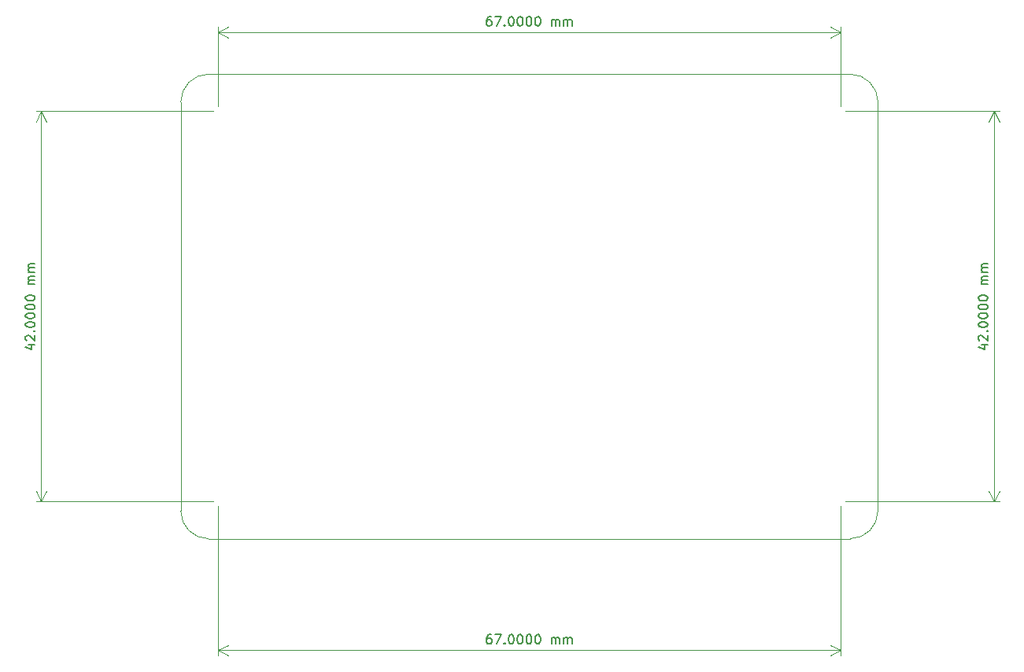
<source format=gbr>
%TF.GenerationSoftware,KiCad,Pcbnew,8.0.0*%
%TF.CreationDate,2024-03-12T01:41:40-04:00*%
%TF.ProjectId,mediaKeeb_V1,6d656469-614b-4656-9562-5f56312e6b69,rev?*%
%TF.SameCoordinates,Original*%
%TF.FileFunction,Profile,NP*%
%FSLAX46Y46*%
G04 Gerber Fmt 4.6, Leading zero omitted, Abs format (unit mm)*
G04 Created by KiCad (PCBNEW 8.0.0) date 2024-03-12 01:41:40*
%MOMM*%
%LPD*%
G01*
G04 APERTURE LIST*
%ADD10C,0.150000*%
%TA.AperFunction,Profile*%
%ADD11C,0.050000*%
%TD*%
G04 APERTURE END LIST*
D10*
X183138152Y-76142856D02*
X183804819Y-76142856D01*
X182757200Y-76380951D02*
X183471485Y-76619046D01*
X183471485Y-76619046D02*
X183471485Y-75999999D01*
X182900057Y-75666665D02*
X182852438Y-75619046D01*
X182852438Y-75619046D02*
X182804819Y-75523808D01*
X182804819Y-75523808D02*
X182804819Y-75285713D01*
X182804819Y-75285713D02*
X182852438Y-75190475D01*
X182852438Y-75190475D02*
X182900057Y-75142856D01*
X182900057Y-75142856D02*
X182995295Y-75095237D01*
X182995295Y-75095237D02*
X183090533Y-75095237D01*
X183090533Y-75095237D02*
X183233390Y-75142856D01*
X183233390Y-75142856D02*
X183804819Y-75714284D01*
X183804819Y-75714284D02*
X183804819Y-75095237D01*
X183709580Y-74666665D02*
X183757200Y-74619046D01*
X183757200Y-74619046D02*
X183804819Y-74666665D01*
X183804819Y-74666665D02*
X183757200Y-74714284D01*
X183757200Y-74714284D02*
X183709580Y-74666665D01*
X183709580Y-74666665D02*
X183804819Y-74666665D01*
X182804819Y-73999999D02*
X182804819Y-73904761D01*
X182804819Y-73904761D02*
X182852438Y-73809523D01*
X182852438Y-73809523D02*
X182900057Y-73761904D01*
X182900057Y-73761904D02*
X182995295Y-73714285D01*
X182995295Y-73714285D02*
X183185771Y-73666666D01*
X183185771Y-73666666D02*
X183423866Y-73666666D01*
X183423866Y-73666666D02*
X183614342Y-73714285D01*
X183614342Y-73714285D02*
X183709580Y-73761904D01*
X183709580Y-73761904D02*
X183757200Y-73809523D01*
X183757200Y-73809523D02*
X183804819Y-73904761D01*
X183804819Y-73904761D02*
X183804819Y-73999999D01*
X183804819Y-73999999D02*
X183757200Y-74095237D01*
X183757200Y-74095237D02*
X183709580Y-74142856D01*
X183709580Y-74142856D02*
X183614342Y-74190475D01*
X183614342Y-74190475D02*
X183423866Y-74238094D01*
X183423866Y-74238094D02*
X183185771Y-74238094D01*
X183185771Y-74238094D02*
X182995295Y-74190475D01*
X182995295Y-74190475D02*
X182900057Y-74142856D01*
X182900057Y-74142856D02*
X182852438Y-74095237D01*
X182852438Y-74095237D02*
X182804819Y-73999999D01*
X182804819Y-73047618D02*
X182804819Y-72952380D01*
X182804819Y-72952380D02*
X182852438Y-72857142D01*
X182852438Y-72857142D02*
X182900057Y-72809523D01*
X182900057Y-72809523D02*
X182995295Y-72761904D01*
X182995295Y-72761904D02*
X183185771Y-72714285D01*
X183185771Y-72714285D02*
X183423866Y-72714285D01*
X183423866Y-72714285D02*
X183614342Y-72761904D01*
X183614342Y-72761904D02*
X183709580Y-72809523D01*
X183709580Y-72809523D02*
X183757200Y-72857142D01*
X183757200Y-72857142D02*
X183804819Y-72952380D01*
X183804819Y-72952380D02*
X183804819Y-73047618D01*
X183804819Y-73047618D02*
X183757200Y-73142856D01*
X183757200Y-73142856D02*
X183709580Y-73190475D01*
X183709580Y-73190475D02*
X183614342Y-73238094D01*
X183614342Y-73238094D02*
X183423866Y-73285713D01*
X183423866Y-73285713D02*
X183185771Y-73285713D01*
X183185771Y-73285713D02*
X182995295Y-73238094D01*
X182995295Y-73238094D02*
X182900057Y-73190475D01*
X182900057Y-73190475D02*
X182852438Y-73142856D01*
X182852438Y-73142856D02*
X182804819Y-73047618D01*
X182804819Y-72095237D02*
X182804819Y-71999999D01*
X182804819Y-71999999D02*
X182852438Y-71904761D01*
X182852438Y-71904761D02*
X182900057Y-71857142D01*
X182900057Y-71857142D02*
X182995295Y-71809523D01*
X182995295Y-71809523D02*
X183185771Y-71761904D01*
X183185771Y-71761904D02*
X183423866Y-71761904D01*
X183423866Y-71761904D02*
X183614342Y-71809523D01*
X183614342Y-71809523D02*
X183709580Y-71857142D01*
X183709580Y-71857142D02*
X183757200Y-71904761D01*
X183757200Y-71904761D02*
X183804819Y-71999999D01*
X183804819Y-71999999D02*
X183804819Y-72095237D01*
X183804819Y-72095237D02*
X183757200Y-72190475D01*
X183757200Y-72190475D02*
X183709580Y-72238094D01*
X183709580Y-72238094D02*
X183614342Y-72285713D01*
X183614342Y-72285713D02*
X183423866Y-72333332D01*
X183423866Y-72333332D02*
X183185771Y-72333332D01*
X183185771Y-72333332D02*
X182995295Y-72285713D01*
X182995295Y-72285713D02*
X182900057Y-72238094D01*
X182900057Y-72238094D02*
X182852438Y-72190475D01*
X182852438Y-72190475D02*
X182804819Y-72095237D01*
X182804819Y-71142856D02*
X182804819Y-71047618D01*
X182804819Y-71047618D02*
X182852438Y-70952380D01*
X182852438Y-70952380D02*
X182900057Y-70904761D01*
X182900057Y-70904761D02*
X182995295Y-70857142D01*
X182995295Y-70857142D02*
X183185771Y-70809523D01*
X183185771Y-70809523D02*
X183423866Y-70809523D01*
X183423866Y-70809523D02*
X183614342Y-70857142D01*
X183614342Y-70857142D02*
X183709580Y-70904761D01*
X183709580Y-70904761D02*
X183757200Y-70952380D01*
X183757200Y-70952380D02*
X183804819Y-71047618D01*
X183804819Y-71047618D02*
X183804819Y-71142856D01*
X183804819Y-71142856D02*
X183757200Y-71238094D01*
X183757200Y-71238094D02*
X183709580Y-71285713D01*
X183709580Y-71285713D02*
X183614342Y-71333332D01*
X183614342Y-71333332D02*
X183423866Y-71380951D01*
X183423866Y-71380951D02*
X183185771Y-71380951D01*
X183185771Y-71380951D02*
X182995295Y-71333332D01*
X182995295Y-71333332D02*
X182900057Y-71285713D01*
X182900057Y-71285713D02*
X182852438Y-71238094D01*
X182852438Y-71238094D02*
X182804819Y-71142856D01*
X183804819Y-69619046D02*
X183138152Y-69619046D01*
X183233390Y-69619046D02*
X183185771Y-69571427D01*
X183185771Y-69571427D02*
X183138152Y-69476189D01*
X183138152Y-69476189D02*
X183138152Y-69333332D01*
X183138152Y-69333332D02*
X183185771Y-69238094D01*
X183185771Y-69238094D02*
X183281009Y-69190475D01*
X183281009Y-69190475D02*
X183804819Y-69190475D01*
X183281009Y-69190475D02*
X183185771Y-69142856D01*
X183185771Y-69142856D02*
X183138152Y-69047618D01*
X183138152Y-69047618D02*
X183138152Y-68904761D01*
X183138152Y-68904761D02*
X183185771Y-68809522D01*
X183185771Y-68809522D02*
X183281009Y-68761903D01*
X183281009Y-68761903D02*
X183804819Y-68761903D01*
X183804819Y-68285713D02*
X183138152Y-68285713D01*
X183233390Y-68285713D02*
X183185771Y-68238094D01*
X183185771Y-68238094D02*
X183138152Y-68142856D01*
X183138152Y-68142856D02*
X183138152Y-67999999D01*
X183138152Y-67999999D02*
X183185771Y-67904761D01*
X183185771Y-67904761D02*
X183281009Y-67857142D01*
X183281009Y-67857142D02*
X183804819Y-67857142D01*
X183281009Y-67857142D02*
X183185771Y-67809523D01*
X183185771Y-67809523D02*
X183138152Y-67714285D01*
X183138152Y-67714285D02*
X183138152Y-67571428D01*
X183138152Y-67571428D02*
X183185771Y-67476189D01*
X183185771Y-67476189D02*
X183281009Y-67428570D01*
X183281009Y-67428570D02*
X183804819Y-67428570D01*
D11*
X168500000Y-51000000D02*
X185086420Y-51000000D01*
X168500000Y-93000000D02*
X185086420Y-93000000D01*
X184500000Y-51000000D02*
X184500000Y-93000000D01*
X184500000Y-51000000D02*
X184500000Y-93000000D01*
X184500000Y-51000000D02*
X185086421Y-52126504D01*
X184500000Y-51000000D02*
X183913579Y-52126504D01*
X184500000Y-93000000D02*
X183913579Y-91873496D01*
X184500000Y-93000000D02*
X185086421Y-91873496D01*
D10*
X130357143Y-107304819D02*
X130166667Y-107304819D01*
X130166667Y-107304819D02*
X130071429Y-107352438D01*
X130071429Y-107352438D02*
X130023810Y-107400057D01*
X130023810Y-107400057D02*
X129928572Y-107542914D01*
X129928572Y-107542914D02*
X129880953Y-107733390D01*
X129880953Y-107733390D02*
X129880953Y-108114342D01*
X129880953Y-108114342D02*
X129928572Y-108209580D01*
X129928572Y-108209580D02*
X129976191Y-108257200D01*
X129976191Y-108257200D02*
X130071429Y-108304819D01*
X130071429Y-108304819D02*
X130261905Y-108304819D01*
X130261905Y-108304819D02*
X130357143Y-108257200D01*
X130357143Y-108257200D02*
X130404762Y-108209580D01*
X130404762Y-108209580D02*
X130452381Y-108114342D01*
X130452381Y-108114342D02*
X130452381Y-107876247D01*
X130452381Y-107876247D02*
X130404762Y-107781009D01*
X130404762Y-107781009D02*
X130357143Y-107733390D01*
X130357143Y-107733390D02*
X130261905Y-107685771D01*
X130261905Y-107685771D02*
X130071429Y-107685771D01*
X130071429Y-107685771D02*
X129976191Y-107733390D01*
X129976191Y-107733390D02*
X129928572Y-107781009D01*
X129928572Y-107781009D02*
X129880953Y-107876247D01*
X130785715Y-107304819D02*
X131452381Y-107304819D01*
X131452381Y-107304819D02*
X131023810Y-108304819D01*
X131833334Y-108209580D02*
X131880953Y-108257200D01*
X131880953Y-108257200D02*
X131833334Y-108304819D01*
X131833334Y-108304819D02*
X131785715Y-108257200D01*
X131785715Y-108257200D02*
X131833334Y-108209580D01*
X131833334Y-108209580D02*
X131833334Y-108304819D01*
X132500000Y-107304819D02*
X132595238Y-107304819D01*
X132595238Y-107304819D02*
X132690476Y-107352438D01*
X132690476Y-107352438D02*
X132738095Y-107400057D01*
X132738095Y-107400057D02*
X132785714Y-107495295D01*
X132785714Y-107495295D02*
X132833333Y-107685771D01*
X132833333Y-107685771D02*
X132833333Y-107923866D01*
X132833333Y-107923866D02*
X132785714Y-108114342D01*
X132785714Y-108114342D02*
X132738095Y-108209580D01*
X132738095Y-108209580D02*
X132690476Y-108257200D01*
X132690476Y-108257200D02*
X132595238Y-108304819D01*
X132595238Y-108304819D02*
X132500000Y-108304819D01*
X132500000Y-108304819D02*
X132404762Y-108257200D01*
X132404762Y-108257200D02*
X132357143Y-108209580D01*
X132357143Y-108209580D02*
X132309524Y-108114342D01*
X132309524Y-108114342D02*
X132261905Y-107923866D01*
X132261905Y-107923866D02*
X132261905Y-107685771D01*
X132261905Y-107685771D02*
X132309524Y-107495295D01*
X132309524Y-107495295D02*
X132357143Y-107400057D01*
X132357143Y-107400057D02*
X132404762Y-107352438D01*
X132404762Y-107352438D02*
X132500000Y-107304819D01*
X133452381Y-107304819D02*
X133547619Y-107304819D01*
X133547619Y-107304819D02*
X133642857Y-107352438D01*
X133642857Y-107352438D02*
X133690476Y-107400057D01*
X133690476Y-107400057D02*
X133738095Y-107495295D01*
X133738095Y-107495295D02*
X133785714Y-107685771D01*
X133785714Y-107685771D02*
X133785714Y-107923866D01*
X133785714Y-107923866D02*
X133738095Y-108114342D01*
X133738095Y-108114342D02*
X133690476Y-108209580D01*
X133690476Y-108209580D02*
X133642857Y-108257200D01*
X133642857Y-108257200D02*
X133547619Y-108304819D01*
X133547619Y-108304819D02*
X133452381Y-108304819D01*
X133452381Y-108304819D02*
X133357143Y-108257200D01*
X133357143Y-108257200D02*
X133309524Y-108209580D01*
X133309524Y-108209580D02*
X133261905Y-108114342D01*
X133261905Y-108114342D02*
X133214286Y-107923866D01*
X133214286Y-107923866D02*
X133214286Y-107685771D01*
X133214286Y-107685771D02*
X133261905Y-107495295D01*
X133261905Y-107495295D02*
X133309524Y-107400057D01*
X133309524Y-107400057D02*
X133357143Y-107352438D01*
X133357143Y-107352438D02*
X133452381Y-107304819D01*
X134404762Y-107304819D02*
X134500000Y-107304819D01*
X134500000Y-107304819D02*
X134595238Y-107352438D01*
X134595238Y-107352438D02*
X134642857Y-107400057D01*
X134642857Y-107400057D02*
X134690476Y-107495295D01*
X134690476Y-107495295D02*
X134738095Y-107685771D01*
X134738095Y-107685771D02*
X134738095Y-107923866D01*
X134738095Y-107923866D02*
X134690476Y-108114342D01*
X134690476Y-108114342D02*
X134642857Y-108209580D01*
X134642857Y-108209580D02*
X134595238Y-108257200D01*
X134595238Y-108257200D02*
X134500000Y-108304819D01*
X134500000Y-108304819D02*
X134404762Y-108304819D01*
X134404762Y-108304819D02*
X134309524Y-108257200D01*
X134309524Y-108257200D02*
X134261905Y-108209580D01*
X134261905Y-108209580D02*
X134214286Y-108114342D01*
X134214286Y-108114342D02*
X134166667Y-107923866D01*
X134166667Y-107923866D02*
X134166667Y-107685771D01*
X134166667Y-107685771D02*
X134214286Y-107495295D01*
X134214286Y-107495295D02*
X134261905Y-107400057D01*
X134261905Y-107400057D02*
X134309524Y-107352438D01*
X134309524Y-107352438D02*
X134404762Y-107304819D01*
X135357143Y-107304819D02*
X135452381Y-107304819D01*
X135452381Y-107304819D02*
X135547619Y-107352438D01*
X135547619Y-107352438D02*
X135595238Y-107400057D01*
X135595238Y-107400057D02*
X135642857Y-107495295D01*
X135642857Y-107495295D02*
X135690476Y-107685771D01*
X135690476Y-107685771D02*
X135690476Y-107923866D01*
X135690476Y-107923866D02*
X135642857Y-108114342D01*
X135642857Y-108114342D02*
X135595238Y-108209580D01*
X135595238Y-108209580D02*
X135547619Y-108257200D01*
X135547619Y-108257200D02*
X135452381Y-108304819D01*
X135452381Y-108304819D02*
X135357143Y-108304819D01*
X135357143Y-108304819D02*
X135261905Y-108257200D01*
X135261905Y-108257200D02*
X135214286Y-108209580D01*
X135214286Y-108209580D02*
X135166667Y-108114342D01*
X135166667Y-108114342D02*
X135119048Y-107923866D01*
X135119048Y-107923866D02*
X135119048Y-107685771D01*
X135119048Y-107685771D02*
X135166667Y-107495295D01*
X135166667Y-107495295D02*
X135214286Y-107400057D01*
X135214286Y-107400057D02*
X135261905Y-107352438D01*
X135261905Y-107352438D02*
X135357143Y-107304819D01*
X136880953Y-108304819D02*
X136880953Y-107638152D01*
X136880953Y-107733390D02*
X136928572Y-107685771D01*
X136928572Y-107685771D02*
X137023810Y-107638152D01*
X137023810Y-107638152D02*
X137166667Y-107638152D01*
X137166667Y-107638152D02*
X137261905Y-107685771D01*
X137261905Y-107685771D02*
X137309524Y-107781009D01*
X137309524Y-107781009D02*
X137309524Y-108304819D01*
X137309524Y-107781009D02*
X137357143Y-107685771D01*
X137357143Y-107685771D02*
X137452381Y-107638152D01*
X137452381Y-107638152D02*
X137595238Y-107638152D01*
X137595238Y-107638152D02*
X137690477Y-107685771D01*
X137690477Y-107685771D02*
X137738096Y-107781009D01*
X137738096Y-107781009D02*
X137738096Y-108304819D01*
X138214286Y-108304819D02*
X138214286Y-107638152D01*
X138214286Y-107733390D02*
X138261905Y-107685771D01*
X138261905Y-107685771D02*
X138357143Y-107638152D01*
X138357143Y-107638152D02*
X138500000Y-107638152D01*
X138500000Y-107638152D02*
X138595238Y-107685771D01*
X138595238Y-107685771D02*
X138642857Y-107781009D01*
X138642857Y-107781009D02*
X138642857Y-108304819D01*
X138642857Y-107781009D02*
X138690476Y-107685771D01*
X138690476Y-107685771D02*
X138785714Y-107638152D01*
X138785714Y-107638152D02*
X138928571Y-107638152D01*
X138928571Y-107638152D02*
X139023810Y-107685771D01*
X139023810Y-107685771D02*
X139071429Y-107781009D01*
X139071429Y-107781009D02*
X139071429Y-108304819D01*
D11*
X168000000Y-93500000D02*
X168000000Y-109586420D01*
X101000000Y-93500000D02*
X101000000Y-109586420D01*
X168000000Y-109000000D02*
X101000000Y-109000000D01*
X168000000Y-109000000D02*
X101000000Y-109000000D01*
X168000000Y-109000000D02*
X166873496Y-109586421D01*
X168000000Y-109000000D02*
X166873496Y-108413579D01*
X101000000Y-109000000D02*
X102126504Y-108413579D01*
X101000000Y-109000000D02*
X102126504Y-109586421D01*
D10*
X80638152Y-76142856D02*
X81304819Y-76142856D01*
X80257200Y-76380951D02*
X80971485Y-76619046D01*
X80971485Y-76619046D02*
X80971485Y-75999999D01*
X80400057Y-75666665D02*
X80352438Y-75619046D01*
X80352438Y-75619046D02*
X80304819Y-75523808D01*
X80304819Y-75523808D02*
X80304819Y-75285713D01*
X80304819Y-75285713D02*
X80352438Y-75190475D01*
X80352438Y-75190475D02*
X80400057Y-75142856D01*
X80400057Y-75142856D02*
X80495295Y-75095237D01*
X80495295Y-75095237D02*
X80590533Y-75095237D01*
X80590533Y-75095237D02*
X80733390Y-75142856D01*
X80733390Y-75142856D02*
X81304819Y-75714284D01*
X81304819Y-75714284D02*
X81304819Y-75095237D01*
X81209580Y-74666665D02*
X81257200Y-74619046D01*
X81257200Y-74619046D02*
X81304819Y-74666665D01*
X81304819Y-74666665D02*
X81257200Y-74714284D01*
X81257200Y-74714284D02*
X81209580Y-74666665D01*
X81209580Y-74666665D02*
X81304819Y-74666665D01*
X80304819Y-73999999D02*
X80304819Y-73904761D01*
X80304819Y-73904761D02*
X80352438Y-73809523D01*
X80352438Y-73809523D02*
X80400057Y-73761904D01*
X80400057Y-73761904D02*
X80495295Y-73714285D01*
X80495295Y-73714285D02*
X80685771Y-73666666D01*
X80685771Y-73666666D02*
X80923866Y-73666666D01*
X80923866Y-73666666D02*
X81114342Y-73714285D01*
X81114342Y-73714285D02*
X81209580Y-73761904D01*
X81209580Y-73761904D02*
X81257200Y-73809523D01*
X81257200Y-73809523D02*
X81304819Y-73904761D01*
X81304819Y-73904761D02*
X81304819Y-73999999D01*
X81304819Y-73999999D02*
X81257200Y-74095237D01*
X81257200Y-74095237D02*
X81209580Y-74142856D01*
X81209580Y-74142856D02*
X81114342Y-74190475D01*
X81114342Y-74190475D02*
X80923866Y-74238094D01*
X80923866Y-74238094D02*
X80685771Y-74238094D01*
X80685771Y-74238094D02*
X80495295Y-74190475D01*
X80495295Y-74190475D02*
X80400057Y-74142856D01*
X80400057Y-74142856D02*
X80352438Y-74095237D01*
X80352438Y-74095237D02*
X80304819Y-73999999D01*
X80304819Y-73047618D02*
X80304819Y-72952380D01*
X80304819Y-72952380D02*
X80352438Y-72857142D01*
X80352438Y-72857142D02*
X80400057Y-72809523D01*
X80400057Y-72809523D02*
X80495295Y-72761904D01*
X80495295Y-72761904D02*
X80685771Y-72714285D01*
X80685771Y-72714285D02*
X80923866Y-72714285D01*
X80923866Y-72714285D02*
X81114342Y-72761904D01*
X81114342Y-72761904D02*
X81209580Y-72809523D01*
X81209580Y-72809523D02*
X81257200Y-72857142D01*
X81257200Y-72857142D02*
X81304819Y-72952380D01*
X81304819Y-72952380D02*
X81304819Y-73047618D01*
X81304819Y-73047618D02*
X81257200Y-73142856D01*
X81257200Y-73142856D02*
X81209580Y-73190475D01*
X81209580Y-73190475D02*
X81114342Y-73238094D01*
X81114342Y-73238094D02*
X80923866Y-73285713D01*
X80923866Y-73285713D02*
X80685771Y-73285713D01*
X80685771Y-73285713D02*
X80495295Y-73238094D01*
X80495295Y-73238094D02*
X80400057Y-73190475D01*
X80400057Y-73190475D02*
X80352438Y-73142856D01*
X80352438Y-73142856D02*
X80304819Y-73047618D01*
X80304819Y-72095237D02*
X80304819Y-71999999D01*
X80304819Y-71999999D02*
X80352438Y-71904761D01*
X80352438Y-71904761D02*
X80400057Y-71857142D01*
X80400057Y-71857142D02*
X80495295Y-71809523D01*
X80495295Y-71809523D02*
X80685771Y-71761904D01*
X80685771Y-71761904D02*
X80923866Y-71761904D01*
X80923866Y-71761904D02*
X81114342Y-71809523D01*
X81114342Y-71809523D02*
X81209580Y-71857142D01*
X81209580Y-71857142D02*
X81257200Y-71904761D01*
X81257200Y-71904761D02*
X81304819Y-71999999D01*
X81304819Y-71999999D02*
X81304819Y-72095237D01*
X81304819Y-72095237D02*
X81257200Y-72190475D01*
X81257200Y-72190475D02*
X81209580Y-72238094D01*
X81209580Y-72238094D02*
X81114342Y-72285713D01*
X81114342Y-72285713D02*
X80923866Y-72333332D01*
X80923866Y-72333332D02*
X80685771Y-72333332D01*
X80685771Y-72333332D02*
X80495295Y-72285713D01*
X80495295Y-72285713D02*
X80400057Y-72238094D01*
X80400057Y-72238094D02*
X80352438Y-72190475D01*
X80352438Y-72190475D02*
X80304819Y-72095237D01*
X80304819Y-71142856D02*
X80304819Y-71047618D01*
X80304819Y-71047618D02*
X80352438Y-70952380D01*
X80352438Y-70952380D02*
X80400057Y-70904761D01*
X80400057Y-70904761D02*
X80495295Y-70857142D01*
X80495295Y-70857142D02*
X80685771Y-70809523D01*
X80685771Y-70809523D02*
X80923866Y-70809523D01*
X80923866Y-70809523D02*
X81114342Y-70857142D01*
X81114342Y-70857142D02*
X81209580Y-70904761D01*
X81209580Y-70904761D02*
X81257200Y-70952380D01*
X81257200Y-70952380D02*
X81304819Y-71047618D01*
X81304819Y-71047618D02*
X81304819Y-71142856D01*
X81304819Y-71142856D02*
X81257200Y-71238094D01*
X81257200Y-71238094D02*
X81209580Y-71285713D01*
X81209580Y-71285713D02*
X81114342Y-71333332D01*
X81114342Y-71333332D02*
X80923866Y-71380951D01*
X80923866Y-71380951D02*
X80685771Y-71380951D01*
X80685771Y-71380951D02*
X80495295Y-71333332D01*
X80495295Y-71333332D02*
X80400057Y-71285713D01*
X80400057Y-71285713D02*
X80352438Y-71238094D01*
X80352438Y-71238094D02*
X80304819Y-71142856D01*
X81304819Y-69619046D02*
X80638152Y-69619046D01*
X80733390Y-69619046D02*
X80685771Y-69571427D01*
X80685771Y-69571427D02*
X80638152Y-69476189D01*
X80638152Y-69476189D02*
X80638152Y-69333332D01*
X80638152Y-69333332D02*
X80685771Y-69238094D01*
X80685771Y-69238094D02*
X80781009Y-69190475D01*
X80781009Y-69190475D02*
X81304819Y-69190475D01*
X80781009Y-69190475D02*
X80685771Y-69142856D01*
X80685771Y-69142856D02*
X80638152Y-69047618D01*
X80638152Y-69047618D02*
X80638152Y-68904761D01*
X80638152Y-68904761D02*
X80685771Y-68809522D01*
X80685771Y-68809522D02*
X80781009Y-68761903D01*
X80781009Y-68761903D02*
X81304819Y-68761903D01*
X81304819Y-68285713D02*
X80638152Y-68285713D01*
X80733390Y-68285713D02*
X80685771Y-68238094D01*
X80685771Y-68238094D02*
X80638152Y-68142856D01*
X80638152Y-68142856D02*
X80638152Y-67999999D01*
X80638152Y-67999999D02*
X80685771Y-67904761D01*
X80685771Y-67904761D02*
X80781009Y-67857142D01*
X80781009Y-67857142D02*
X81304819Y-67857142D01*
X80781009Y-67857142D02*
X80685771Y-67809523D01*
X80685771Y-67809523D02*
X80638152Y-67714285D01*
X80638152Y-67714285D02*
X80638152Y-67571428D01*
X80638152Y-67571428D02*
X80685771Y-67476189D01*
X80685771Y-67476189D02*
X80781009Y-67428570D01*
X80781009Y-67428570D02*
X81304819Y-67428570D01*
D11*
X100500000Y-51000000D02*
X81413580Y-51000000D01*
X100500000Y-93000000D02*
X81413580Y-93000000D01*
X82000000Y-51000000D02*
X82000000Y-93000000D01*
X82000000Y-51000000D02*
X82000000Y-93000000D01*
X82000000Y-51000000D02*
X82586421Y-52126504D01*
X82000000Y-51000000D02*
X81413579Y-52126504D01*
X82000000Y-93000000D02*
X81413579Y-91873496D01*
X82000000Y-93000000D02*
X82586421Y-91873496D01*
D10*
X130357143Y-40804819D02*
X130166667Y-40804819D01*
X130166667Y-40804819D02*
X130071429Y-40852438D01*
X130071429Y-40852438D02*
X130023810Y-40900057D01*
X130023810Y-40900057D02*
X129928572Y-41042914D01*
X129928572Y-41042914D02*
X129880953Y-41233390D01*
X129880953Y-41233390D02*
X129880953Y-41614342D01*
X129880953Y-41614342D02*
X129928572Y-41709580D01*
X129928572Y-41709580D02*
X129976191Y-41757200D01*
X129976191Y-41757200D02*
X130071429Y-41804819D01*
X130071429Y-41804819D02*
X130261905Y-41804819D01*
X130261905Y-41804819D02*
X130357143Y-41757200D01*
X130357143Y-41757200D02*
X130404762Y-41709580D01*
X130404762Y-41709580D02*
X130452381Y-41614342D01*
X130452381Y-41614342D02*
X130452381Y-41376247D01*
X130452381Y-41376247D02*
X130404762Y-41281009D01*
X130404762Y-41281009D02*
X130357143Y-41233390D01*
X130357143Y-41233390D02*
X130261905Y-41185771D01*
X130261905Y-41185771D02*
X130071429Y-41185771D01*
X130071429Y-41185771D02*
X129976191Y-41233390D01*
X129976191Y-41233390D02*
X129928572Y-41281009D01*
X129928572Y-41281009D02*
X129880953Y-41376247D01*
X130785715Y-40804819D02*
X131452381Y-40804819D01*
X131452381Y-40804819D02*
X131023810Y-41804819D01*
X131833334Y-41709580D02*
X131880953Y-41757200D01*
X131880953Y-41757200D02*
X131833334Y-41804819D01*
X131833334Y-41804819D02*
X131785715Y-41757200D01*
X131785715Y-41757200D02*
X131833334Y-41709580D01*
X131833334Y-41709580D02*
X131833334Y-41804819D01*
X132500000Y-40804819D02*
X132595238Y-40804819D01*
X132595238Y-40804819D02*
X132690476Y-40852438D01*
X132690476Y-40852438D02*
X132738095Y-40900057D01*
X132738095Y-40900057D02*
X132785714Y-40995295D01*
X132785714Y-40995295D02*
X132833333Y-41185771D01*
X132833333Y-41185771D02*
X132833333Y-41423866D01*
X132833333Y-41423866D02*
X132785714Y-41614342D01*
X132785714Y-41614342D02*
X132738095Y-41709580D01*
X132738095Y-41709580D02*
X132690476Y-41757200D01*
X132690476Y-41757200D02*
X132595238Y-41804819D01*
X132595238Y-41804819D02*
X132500000Y-41804819D01*
X132500000Y-41804819D02*
X132404762Y-41757200D01*
X132404762Y-41757200D02*
X132357143Y-41709580D01*
X132357143Y-41709580D02*
X132309524Y-41614342D01*
X132309524Y-41614342D02*
X132261905Y-41423866D01*
X132261905Y-41423866D02*
X132261905Y-41185771D01*
X132261905Y-41185771D02*
X132309524Y-40995295D01*
X132309524Y-40995295D02*
X132357143Y-40900057D01*
X132357143Y-40900057D02*
X132404762Y-40852438D01*
X132404762Y-40852438D02*
X132500000Y-40804819D01*
X133452381Y-40804819D02*
X133547619Y-40804819D01*
X133547619Y-40804819D02*
X133642857Y-40852438D01*
X133642857Y-40852438D02*
X133690476Y-40900057D01*
X133690476Y-40900057D02*
X133738095Y-40995295D01*
X133738095Y-40995295D02*
X133785714Y-41185771D01*
X133785714Y-41185771D02*
X133785714Y-41423866D01*
X133785714Y-41423866D02*
X133738095Y-41614342D01*
X133738095Y-41614342D02*
X133690476Y-41709580D01*
X133690476Y-41709580D02*
X133642857Y-41757200D01*
X133642857Y-41757200D02*
X133547619Y-41804819D01*
X133547619Y-41804819D02*
X133452381Y-41804819D01*
X133452381Y-41804819D02*
X133357143Y-41757200D01*
X133357143Y-41757200D02*
X133309524Y-41709580D01*
X133309524Y-41709580D02*
X133261905Y-41614342D01*
X133261905Y-41614342D02*
X133214286Y-41423866D01*
X133214286Y-41423866D02*
X133214286Y-41185771D01*
X133214286Y-41185771D02*
X133261905Y-40995295D01*
X133261905Y-40995295D02*
X133309524Y-40900057D01*
X133309524Y-40900057D02*
X133357143Y-40852438D01*
X133357143Y-40852438D02*
X133452381Y-40804819D01*
X134404762Y-40804819D02*
X134500000Y-40804819D01*
X134500000Y-40804819D02*
X134595238Y-40852438D01*
X134595238Y-40852438D02*
X134642857Y-40900057D01*
X134642857Y-40900057D02*
X134690476Y-40995295D01*
X134690476Y-40995295D02*
X134738095Y-41185771D01*
X134738095Y-41185771D02*
X134738095Y-41423866D01*
X134738095Y-41423866D02*
X134690476Y-41614342D01*
X134690476Y-41614342D02*
X134642857Y-41709580D01*
X134642857Y-41709580D02*
X134595238Y-41757200D01*
X134595238Y-41757200D02*
X134500000Y-41804819D01*
X134500000Y-41804819D02*
X134404762Y-41804819D01*
X134404762Y-41804819D02*
X134309524Y-41757200D01*
X134309524Y-41757200D02*
X134261905Y-41709580D01*
X134261905Y-41709580D02*
X134214286Y-41614342D01*
X134214286Y-41614342D02*
X134166667Y-41423866D01*
X134166667Y-41423866D02*
X134166667Y-41185771D01*
X134166667Y-41185771D02*
X134214286Y-40995295D01*
X134214286Y-40995295D02*
X134261905Y-40900057D01*
X134261905Y-40900057D02*
X134309524Y-40852438D01*
X134309524Y-40852438D02*
X134404762Y-40804819D01*
X135357143Y-40804819D02*
X135452381Y-40804819D01*
X135452381Y-40804819D02*
X135547619Y-40852438D01*
X135547619Y-40852438D02*
X135595238Y-40900057D01*
X135595238Y-40900057D02*
X135642857Y-40995295D01*
X135642857Y-40995295D02*
X135690476Y-41185771D01*
X135690476Y-41185771D02*
X135690476Y-41423866D01*
X135690476Y-41423866D02*
X135642857Y-41614342D01*
X135642857Y-41614342D02*
X135595238Y-41709580D01*
X135595238Y-41709580D02*
X135547619Y-41757200D01*
X135547619Y-41757200D02*
X135452381Y-41804819D01*
X135452381Y-41804819D02*
X135357143Y-41804819D01*
X135357143Y-41804819D02*
X135261905Y-41757200D01*
X135261905Y-41757200D02*
X135214286Y-41709580D01*
X135214286Y-41709580D02*
X135166667Y-41614342D01*
X135166667Y-41614342D02*
X135119048Y-41423866D01*
X135119048Y-41423866D02*
X135119048Y-41185771D01*
X135119048Y-41185771D02*
X135166667Y-40995295D01*
X135166667Y-40995295D02*
X135214286Y-40900057D01*
X135214286Y-40900057D02*
X135261905Y-40852438D01*
X135261905Y-40852438D02*
X135357143Y-40804819D01*
X136880953Y-41804819D02*
X136880953Y-41138152D01*
X136880953Y-41233390D02*
X136928572Y-41185771D01*
X136928572Y-41185771D02*
X137023810Y-41138152D01*
X137023810Y-41138152D02*
X137166667Y-41138152D01*
X137166667Y-41138152D02*
X137261905Y-41185771D01*
X137261905Y-41185771D02*
X137309524Y-41281009D01*
X137309524Y-41281009D02*
X137309524Y-41804819D01*
X137309524Y-41281009D02*
X137357143Y-41185771D01*
X137357143Y-41185771D02*
X137452381Y-41138152D01*
X137452381Y-41138152D02*
X137595238Y-41138152D01*
X137595238Y-41138152D02*
X137690477Y-41185771D01*
X137690477Y-41185771D02*
X137738096Y-41281009D01*
X137738096Y-41281009D02*
X137738096Y-41804819D01*
X138214286Y-41804819D02*
X138214286Y-41138152D01*
X138214286Y-41233390D02*
X138261905Y-41185771D01*
X138261905Y-41185771D02*
X138357143Y-41138152D01*
X138357143Y-41138152D02*
X138500000Y-41138152D01*
X138500000Y-41138152D02*
X138595238Y-41185771D01*
X138595238Y-41185771D02*
X138642857Y-41281009D01*
X138642857Y-41281009D02*
X138642857Y-41804819D01*
X138642857Y-41281009D02*
X138690476Y-41185771D01*
X138690476Y-41185771D02*
X138785714Y-41138152D01*
X138785714Y-41138152D02*
X138928571Y-41138152D01*
X138928571Y-41138152D02*
X139023810Y-41185771D01*
X139023810Y-41185771D02*
X139071429Y-41281009D01*
X139071429Y-41281009D02*
X139071429Y-41804819D01*
D11*
X101000000Y-50500000D02*
X101000000Y-41913580D01*
X168000000Y-50500000D02*
X168000000Y-41913580D01*
X101000000Y-42500000D02*
X168000000Y-42500000D01*
X101000000Y-42500000D02*
X168000000Y-42500000D01*
X101000000Y-42500000D02*
X102126504Y-41913579D01*
X101000000Y-42500000D02*
X102126504Y-43086421D01*
X168000000Y-42500000D02*
X166873496Y-43086421D01*
X168000000Y-42500000D02*
X166873496Y-41913579D01*
X97000000Y-50000000D02*
X97000000Y-94000000D01*
X172000000Y-50000000D02*
X172000000Y-94000000D01*
X100000000Y-97000000D02*
G75*
G02*
X97000000Y-94000000I1J3000001D01*
G01*
X172000000Y-94000000D02*
G75*
G02*
X169000000Y-97000000I-3000001J1D01*
G01*
X169000000Y-97000000D02*
X100000000Y-97000000D01*
X169000000Y-47000000D02*
G75*
G02*
X172000000Y-50000000I0J-3000000D01*
G01*
X100000000Y-47000000D02*
X169000000Y-47000000D01*
X97000000Y-50000000D02*
G75*
G02*
X100000000Y-47000000I3000000J0D01*
G01*
M02*

</source>
